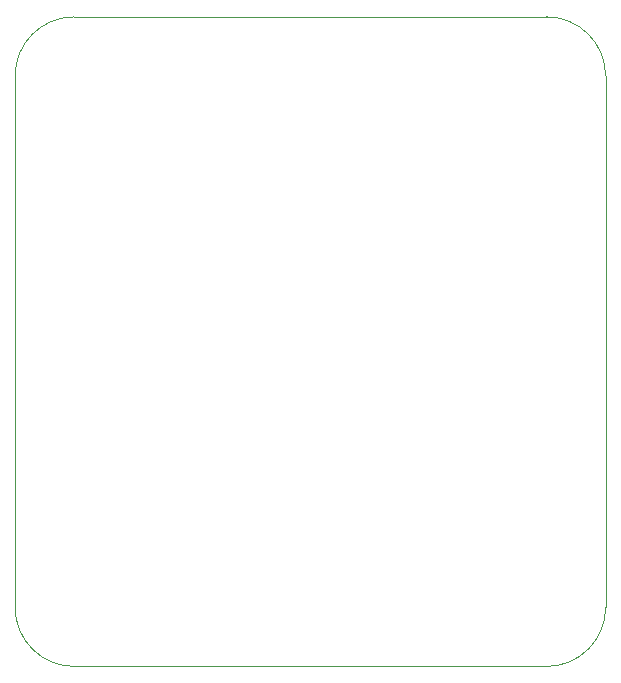
<source format=gbr>
%TF.GenerationSoftware,KiCad,Pcbnew,(5.1.10)-1*%
%TF.CreationDate,2021-06-06T01:15:34+08:00*%
%TF.ProjectId,tuya_arduino,74757961-5f61-4726-9475-696e6f2e6b69,rev?*%
%TF.SameCoordinates,Original*%
%TF.FileFunction,Profile,NP*%
%FSLAX46Y46*%
G04 Gerber Fmt 4.6, Leading zero omitted, Abs format (unit mm)*
G04 Created by KiCad (PCBNEW (5.1.10)-1) date 2021-06-06 01:15:34*
%MOMM*%
%LPD*%
G01*
G04 APERTURE LIST*
%TA.AperFunction,Profile*%
%ADD10C,0.050000*%
%TD*%
G04 APERTURE END LIST*
D10*
X78800000Y-93700000D02*
X78800000Y-53700000D01*
X128800000Y-53700000D02*
X128800000Y-48700000D01*
X78800000Y-53700000D02*
X78800000Y-48700000D01*
X123800000Y-43700000D02*
G75*
G02*
X128800000Y-48700000I0J-5000000D01*
G01*
X78800000Y-48700000D02*
G75*
G02*
X83800000Y-43700000I5000000J0D01*
G01*
X128800000Y-93700000D02*
G75*
G02*
X123800000Y-98700000I-5000000J0D01*
G01*
X83898020Y-98699039D02*
G75*
G02*
X78800000Y-93700000I-98020J4999039D01*
G01*
X83800000Y-43700000D02*
X123800000Y-43700000D01*
X128800000Y-53700000D02*
X128800000Y-93700000D01*
X83900000Y-98700000D02*
X123800000Y-98700000D01*
M02*

</source>
